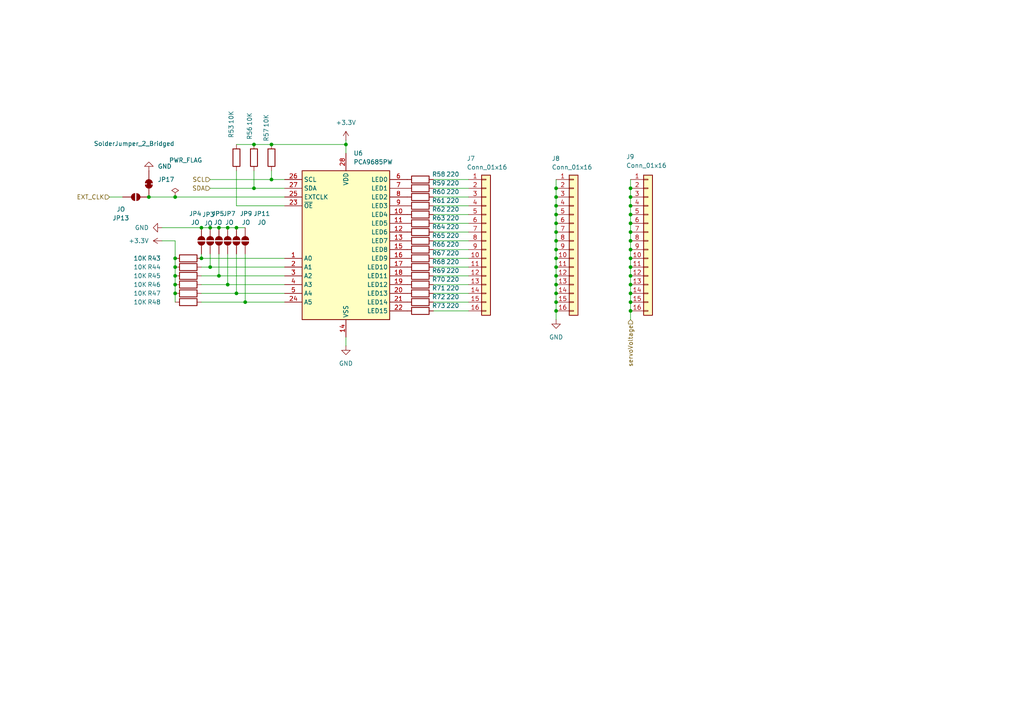
<source format=kicad_sch>
(kicad_sch (version 20250114) (generator "eeschema") (generator_version "9.0")
  (paper "A4")
  (lib_symbols
    (symbol "Connector_Generic:Conn_01x16" (pin_names (offset 1.016) (hide yes))
      (property "Reference" "J" (at 0 20.32 0))
      (property "Value" "Conn_01x16" (at 0 -22.86 0))
      (symbol "Conn_01x16_1_1"
        (rectangle (start -1.27 19.05) (end 1.27 -21.59) (stroke (width 0.254)) (fill (type background)))
        (rectangle (start -1.27 17.907) (end 0 17.653) (stroke (width 0.1524)))
        (rectangle (start -1.27 15.367) (end 0 15.113) (stroke (width 0.1524)))
        (rectangle (start -1.27 12.827) (end 0 12.573) (stroke (width 0.1524)))
        (rectangle (start -1.27 10.287) (end 0 10.033) (stroke (width 0.1524)))
        (rectangle (start -1.27 7.747) (end 0 7.493) (stroke (width 0.1524)))
        (rectangle (start -1.27 5.207) (end 0 4.953) (stroke (width 0.1524)))
        (rectangle (start -1.27 2.667) (end 0 2.413) (stroke (width 0.1524)))
        (rectangle (start -1.27 0.127) (end 0 -0.127) (stroke (width 0.1524)))
        (rectangle (start -1.27 -2.413) (end 0 -2.667) (stroke (width 0.1524)))
        (rectangle (start -1.27 -4.953) (end 0 -5.207) (stroke (width 0.1524)))
        (rectangle (start -1.27 -7.493) (end 0 -7.747) (stroke (width 0.1524)))
        (rectangle (start -1.27 -10.033) (end 0 -10.287) (stroke (width 0.1524)))
        (rectangle (start -1.27 -12.573) (end 0 -12.827) (stroke (width 0.1524)))
        (rectangle (start -1.27 -15.113) (end 0 -15.367) (stroke (width 0.1524)))
        (rectangle (start -1.27 -17.653) (end 0 -17.907) (stroke (width 0.1524)))
        (rectangle (start -1.27 -20.193) (end 0 -20.447) (stroke (width 0.1524)))
        (pin passive line (at -5.08 17.78 0) (length 3.81) (name "Pin_1") (number "1"))
        (pin passive line (at -5.08 15.24 0) (length 3.81) (name "Pin_2") (number "2"))
        (pin passive line (at -5.08 12.7 0) (length 3.81) (name "Pin_3") (number "3"))
        (pin passive line (at -5.08 10.16 0) (length 3.81) (name "Pin_4") (number "4"))
        (pin passive line (at -5.08 7.62 0) (length 3.81) (name "Pin_5") (number "5"))
        (pin passive line (at -5.08 5.08 0) (length 3.81) (name "Pin_6") (number "6"))
        (pin passive line (at -5.08 2.54 0) (length 3.81) (name "Pin_7") (number "7"))
        (pin passive line (at -5.08 0 0) (length 3.81) (name "Pin_8") (number "8"))
        (pin passive line (at -5.08 -2.54 0) (length 3.81) (name "Pin_9") (number "9"))
        (pin passive line (at -5.08 -5.08 0) (length 3.81) (name "Pin_10") (number "10"))
        (pin passive line (at -5.08 -7.62 0) (length 3.81) (name "Pin_11") (number "11"))
        (pin passive line (at -5.08 -10.16 0) (length 3.81) (name "Pin_12") (number "12"))
        (pin passive line (at -5.08 -12.7 0) (length 3.81) (name "Pin_13") (number "13"))
        (pin passive line (at -5.08 -15.24 0) (length 3.81) (name "Pin_14") (number "14"))
        (pin passive line (at -5.08 -17.78 0) (length 3.81) (name "Pin_15") (number "15"))
        (pin passive line (at -5.08 -20.32 0) (length 3.81) (name "Pin_16") (number "16"))
      )
    )
    (symbol "Device:R" (pin_numbers (hide yes)) (pin_names (offset 0))
      (property "Reference" "R" (at 2.032 0 90))
      (property "Value" "R" (at 0 0 90))
      (symbol "R_0_1"
        (rectangle (start -1.016 -2.54) (end 1.016 2.54) (stroke (width 0.254)))
      )
      (symbol "R_1_1"
        (pin passive line (at 0 3.81 270) (length 1.27) (name "~") (number "1"))
        (pin passive line (at 0 -3.81 90) (length 1.27) (name "~") (number "2"))
      )
    )
    (symbol "Driver_LED:PCA9685PW"
      (property "Reference" "U" (at -12.7 22.225 0))
      (property "Value" "PCA9685PW" (at 1.27 22.225 0))
      (symbol "PCA9685PW_0_1"
        (rectangle (start -12.7 20.32) (end 12.7 -22.86) (stroke (width 0.254)) (fill (type background)))
      )
      (symbol "PCA9685PW_1_1"
        (pin input line (at -17.78 17.78 0) (length 5.08) (name "SCL") (number "26"))
        (pin bidirectional line (at -17.78 15.24 0) (length 5.08) (name "SDA") (number "27"))
        (pin input line (at -17.78 12.7 0) (length 5.08) (name "EXTCLK") (number "25"))
        (pin input line (at -17.78 10.16 0) (length 5.08) (name "~{OE}") (number "23"))
        (pin input line (at -17.78 -5.08 0) (length 5.08) (name "A0") (number "1"))
        (pin input line (at -17.78 -7.62 0) (length 5.08) (name "A1") (number "2"))
        (pin input line (at -17.78 -10.16 0) (length 5.08) (name "A2") (number "3"))
        (pin input line (at -17.78 -12.7 0) (length 5.08) (name "A3") (number "4"))
        (pin input line (at -17.78 -15.24 0) (length 5.08) (name "A4") (number "5"))
        (pin input line (at -17.78 -17.78 0) (length 5.08) (name "A5") (number "24"))
        (pin power_in line (at 0 25.4 270) (length 5.08) (name "VDD") (number "28"))
        (pin power_in line (at 0 -27.94 90) (length 5.08) (name "VSS") (number "14"))
        (pin output line (at 17.78 17.78 180) (length 5.08) (name "LED0") (number "6"))
        (pin output line (at 17.78 15.24 180) (length 5.08) (name "LED1") (number "7"))
        (pin output line (at 17.78 12.7 180) (length 5.08) (name "LED2") (number "8"))
        (pin output line (at 17.78 10.16 180) (length 5.08) (name "LED3") (number "9"))
        (pin output line (at 17.78 7.62 180) (length 5.08) (name "LED4") (number "10"))
        (pin output line (at 17.78 5.08 180) (length 5.08) (name "LED5") (number "11"))
        (pin output line (at 17.78 2.54 180) (length 5.08) (name "LED6") (number "12"))
        (pin output line (at 17.78 0 180) (length 5.08) (name "LED7") (number "13"))
        (pin output line (at 17.78 -2.54 180) (length 5.08) (name "LED8") (number "15"))
        (pin output line (at 17.78 -5.08 180) (length 5.08) (name "LED9") (number "16"))
        (pin output line (at 17.78 -7.62 180) (length 5.08) (name "LED10") (number "17"))
        (pin output line (at 17.78 -10.16 180) (length 5.08) (name "LED11") (number "18"))
        (pin output line (at 17.78 -12.7 180) (length 5.08) (name "LED12") (number "19"))
        (pin output line (at 17.78 -15.24 180) (length 5.08) (name "LED13") (number "20"))
        (pin output line (at 17.78 -17.78 180) (length 5.08) (name "LED14") (number "21"))
        (pin output line (at 17.78 -20.32 180) (length 5.08) (name "LED15") (number "22"))
      )
    )
    (symbol "Jumper:SolderJumper_2_Bridged" (pin_numbers (hide yes)) (pin_names (offset 0) (hide yes)) (exclude_from_sim yes) (in_bom no)
      (property "Reference" "JP" (at 0 2.032 0))
      (property "Value" "SolderJumper_2_Bridged" (at 0 -2.54 0))
      (symbol "SolderJumper_2_Bridged_0_1"
        (rectangle (start -0.508 0.508) (end 0.508 -0.508) (fill (type outline)))
        (polyline (pts (xy -0.254 1.016) (xy -0.254 -1.016)))
        (arc (start -0.254 -1.016) (mid -1.2656 0) (end -0.254 1.016))
        (arc (start -0.254 -1.016) (mid -1.2656 0) (end -0.254 1.016) (fill (type outline)))
        (arc (start 0.254 1.016) (mid 1.2656 0) (end 0.254 -1.016))
        (arc (start 0.254 1.016) (mid 1.2656 0) (end 0.254 -1.016) (fill (type outline)))
        (polyline (pts (xy 0.254 1.016) (xy 0.254 -1.016)))
      )
      (symbol "SolderJumper_2_Bridged_1_1"
        (pin passive line (at -3.81 0 0) (length 2.54) (name "A") (number "1"))
        (pin passive line (at 3.81 0 180) (length 2.54) (name "B") (number "2"))
      )
    )
    (symbol "Jumper:SolderJumper_2_Open" (pin_numbers (hide yes)) (pin_names (offset 0) (hide yes)) (exclude_from_sim yes) (in_bom no)
      (property "Reference" "JP" (at 0 2.032 0))
      (property "Value" "SolderJumper_2_Open" (at 0 -2.54 0))
      (symbol "SolderJumper_2_Open_0_1"
        (polyline (pts (xy -0.254 1.016) (xy -0.254 -1.016)))
        (arc (start -0.254 -1.016) (mid -1.2656 0) (end -0.254 1.016))
        (arc (start -0.254 -1.016) (mid -1.2656 0) (end -0.254 1.016) (fill (type outline)))
        (arc (start 0.254 1.016) (mid 1.2656 0) (end 0.254 -1.016))
        (arc (start 0.254 1.016) (mid 1.2656 0) (end 0.254 -1.016) (fill (type outline)))
        (polyline (pts (xy 0.254 1.016) (xy 0.254 -1.016)))
      )
      (symbol "SolderJumper_2_Open_1_1"
        (pin passive line (at -3.81 0 0) (length 2.54) (name "A") (number "1"))
        (pin passive line (at 3.81 0 180) (length 2.54) (name "B") (number "2"))
      )
    )
    (symbol "power:+3.3V" (power) (pin_numbers (hide yes)) (pin_names (offset 0) (hide yes))
      (property "Value" "+3.3V" (at 0 3.556 0))
      (symbol "+3.3V_0_1"
        (polyline (pts (xy -0.762 1.27) (xy 0 2.54)))
        (polyline (pts (xy 0 2.54) (xy 0.762 1.27)))
        (polyline (pts (xy 0 0) (xy 0 2.54)))
      )
      (symbol "+3.3V_1_1"
        (pin power_in line (at 0 0 90) (length 0) (name "~") (number "1"))
      )
    )
    (symbol "power:GND" (power) (pin_numbers (hide yes)) (pin_names (offset 0) (hide yes))
      (property "Value" "GND" (at 0 -3.81 0))
      (symbol "GND_0_1"
        (polyline (pts (xy 0 0) (xy 0 -1.27) (xy 1.27 -1.27) (xy 0 -2.54) (xy -1.27 -1.27) (xy 0 -1.27)))
      )
      (symbol "GND_1_1"
        (pin power_in line (at 0 0 270) (length 0) (name "~") (number "1"))
      )
    )
    (symbol "power:PWR_FLAG" (power) (pin_numbers (hide yes)) (pin_names (offset 0) (hide yes))
      (property "Value" "PWR_FLAG" (at 0 3.81 0))
      (symbol "PWR_FLAG_0_0"
        (pin power_out line (at 0 0 90) (length 0) (name "~") (number "1"))
      )
      (symbol "PWR_FLAG_0_1"
        (polyline (pts (xy 0 0) (xy 0 1.27) (xy -1.016 1.905) (xy 0 2.54) (xy 1.016 1.905) (xy 0 1.27)))
      )
    )
  )
  (junction (at 50.8 74.93))
  (junction (at 182.88 62.23))
  (junction (at 182.88 87.63))
  (junction (at 182.88 77.47))
  (junction (at 182.88 67.31))
  (junction (at 161.29 69.85))
  (junction (at 161.29 54.61))
  (junction (at 78.74 41.91))
  (junction (at 60.96 77.47))
  (junction (at 182.88 80.01))
  (junction (at 66.04 82.55))
  (junction (at 161.29 72.39))
  (junction (at 50.8 85.09))
  (junction (at 161.29 59.69))
  (junction (at 68.58 66.04))
  (junction (at 73.66 54.61))
  (junction (at 182.88 82.55))
  (junction (at 161.29 64.77))
  (junction (at 161.29 77.47))
  (junction (at 161.29 62.23))
  (junction (at 50.8 77.47))
  (junction (at 50.8 57.15))
  (junction (at 50.8 82.55))
  (junction (at 161.29 82.55))
  (junction (at 161.29 80.01))
  (junction (at 73.66 41.91))
  (junction (at 63.5 66.04))
  (junction (at 68.58 85.09))
  (junction (at 182.88 72.39))
  (junction (at 182.88 54.61))
  (junction (at 100.33 41.91))
  (junction (at 50.8 80.01))
  (junction (at 182.88 69.85))
  (junction (at 66.04 66.04))
  (junction (at 161.29 67.31))
  (junction (at 58.42 66.04))
  (junction (at 182.88 85.09))
  (junction (at 182.88 59.69))
  (junction (at 63.5 80.01))
  (junction (at 78.74 52.07))
  (junction (at 58.42 74.93))
  (junction (at 161.29 90.17))
  (junction (at 71.12 87.63))
  (junction (at 161.29 74.93))
  (junction (at 161.29 85.09))
  (junction (at 161.29 57.15))
  (junction (at 182.88 57.15))
  (junction (at 182.88 74.93))
  (junction (at 43.18 57.15))
  (junction (at 161.29 87.63))
  (junction (at 182.88 64.77))
  (junction (at 60.96 66.04))
  (junction (at 182.88 90.17))
  (wire (pts (xy 68.58 59.69) (xy 82.55 59.69)))
  (wire (pts (xy 182.88 69.85) (xy 182.88 72.39)))
  (wire (pts (xy 182.88 52.07) (xy 182.88 54.61)))
  (wire (pts (xy 135.89 85.09) (xy 125.73 85.09)))
  (wire (pts (xy 161.29 69.85) (xy 161.29 72.39)))
  (wire (pts (xy 135.89 62.23) (xy 125.73 62.23)))
  (wire (pts (xy 100.33 41.91) (xy 100.33 44.45)))
  (wire (pts (xy 60.96 73.66) (xy 60.96 77.47)))
  (wire (pts (xy 135.89 69.85) (xy 125.73 69.85)))
  (wire (pts (xy 161.29 54.61) (xy 161.29 57.15)))
  (wire (pts (xy 58.42 82.55) (xy 66.04 82.55)))
  (wire (pts (xy 135.89 59.69) (xy 125.73 59.69)))
  (wire (pts (xy 182.88 77.47) (xy 182.88 80.01)))
  (wire (pts (xy 161.29 62.23) (xy 161.29 64.77)))
  (wire (pts (xy 68.58 66.04) (xy 71.12 66.04)))
  (wire (pts (xy 60.96 77.47) (xy 82.55 77.47)))
  (wire (pts (xy 161.29 85.09) (xy 161.29 87.63)))
  (wire (pts (xy 161.29 57.15) (xy 161.29 59.69)))
  (wire (pts (xy 60.96 52.07) (xy 78.74 52.07)))
  (wire (pts (xy 73.66 54.61) (xy 82.55 54.61)))
  (wire (pts (xy 50.8 74.93) (xy 50.8 77.47)))
  (wire (pts (xy 182.88 90.17) (xy 182.88 92.71)))
  (wire (pts (xy 58.42 77.47) (xy 60.96 77.47)))
  (wire (pts (xy 135.89 77.47) (xy 125.73 77.47)))
  (wire (pts (xy 135.89 90.17) (xy 125.73 90.17)))
  (wire (pts (xy 161.29 80.01) (xy 161.29 82.55)))
  (wire (pts (xy 100.33 100.33) (xy 100.33 97.79)))
  (wire (pts (xy 182.88 67.31) (xy 182.88 69.85)))
  (wire (pts (xy 58.42 74.93) (xy 82.55 74.93)))
  (wire (pts (xy 60.96 54.61) (xy 73.66 54.61)))
  (wire (pts (xy 161.29 59.69) (xy 161.29 62.23)))
  (wire (pts (xy 182.88 72.39) (xy 182.88 74.93)))
  (wire (pts (xy 182.88 82.55) (xy 182.88 85.09)))
  (wire (pts (xy 46.99 69.85) (xy 50.8 69.85)))
  (wire (pts (xy 66.04 73.66) (xy 66.04 82.55)))
  (wire (pts (xy 161.29 72.39) (xy 161.29 74.93)))
  (wire (pts (xy 50.8 80.01) (xy 50.8 82.55)))
  (wire (pts (xy 161.29 90.17) (xy 161.29 92.71)))
  (wire (pts (xy 50.8 85.09) (xy 50.8 87.63)))
  (wire (pts (xy 78.74 49.53) (xy 78.74 52.07)))
  (wire (pts (xy 161.29 52.07) (xy 161.29 54.61)))
  (wire (pts (xy 78.74 41.91) (xy 100.33 41.91)))
  (wire (pts (xy 135.89 72.39) (xy 125.73 72.39)))
  (wire (pts (xy 58.42 66.04) (xy 60.96 66.04)))
  (wire (pts (xy 100.33 40.64) (xy 100.33 41.91)))
  (wire (pts (xy 182.88 85.09) (xy 182.88 87.63)))
  (wire (pts (xy 161.29 74.93) (xy 161.29 77.47)))
  (wire (pts (xy 135.89 80.01) (xy 125.73 80.01)))
  (wire (pts (xy 182.88 87.63) (xy 182.88 90.17)))
  (wire (pts (xy 58.42 87.63) (xy 71.12 87.63)))
  (wire (pts (xy 182.88 62.23) (xy 182.88 64.77)))
  (wire (pts (xy 63.5 73.66) (xy 63.5 80.01)))
  (wire (pts (xy 68.58 73.66) (xy 68.58 85.09)))
  (wire (pts (xy 161.29 82.55) (xy 161.29 85.09)))
  (wire (pts (xy 73.66 49.53) (xy 73.66 54.61)))
  (wire (pts (xy 66.04 82.55) (xy 82.55 82.55)))
  (wire (pts (xy 161.29 87.63) (xy 161.29 90.17)))
  (wire (pts (xy 50.8 82.55) (xy 50.8 85.09)))
  (wire (pts (xy 78.74 52.07) (xy 82.55 52.07)))
  (wire (pts (xy 161.29 64.77) (xy 161.29 67.31)))
  (wire (pts (xy 135.89 64.77) (xy 125.73 64.77)))
  (wire (pts (xy 135.89 82.55) (xy 125.73 82.55)))
  (wire (pts (xy 71.12 73.66) (xy 71.12 87.63)))
  (wire (pts (xy 135.89 67.31) (xy 125.73 67.31)))
  (wire (pts (xy 68.58 49.53) (xy 68.58 59.69)))
  (wire (pts (xy 182.88 54.61) (xy 182.88 57.15)))
  (wire (pts (xy 50.8 69.85) (xy 50.8 74.93)))
  (wire (pts (xy 50.8 57.15) (xy 82.55 57.15)))
  (wire (pts (xy 135.89 54.61) (xy 125.73 54.61)))
  (wire (pts (xy 161.29 67.31) (xy 161.29 69.85)))
  (wire (pts (xy 182.88 64.77) (xy 182.88 67.31)))
  (wire (pts (xy 58.42 80.01) (xy 63.5 80.01)))
  (wire (pts (xy 73.66 41.91) (xy 78.74 41.91)))
  (wire (pts (xy 31.75 57.15) (xy 35.56 57.15)))
  (wire (pts (xy 50.8 77.47) (xy 50.8 80.01)))
  (wire (pts (xy 161.29 77.47) (xy 161.29 80.01)))
  (wire (pts (xy 43.18 57.15) (xy 50.8 57.15)))
  (wire (pts (xy 182.88 80.01) (xy 182.88 82.55)))
  (wire (pts (xy 135.89 87.63) (xy 125.73 87.63)))
  (wire (pts (xy 63.5 66.04) (xy 66.04 66.04)))
  (wire (pts (xy 66.04 66.04) (xy 68.58 66.04)))
  (wire (pts (xy 182.88 57.15) (xy 182.88 59.69)))
  (wire (pts (xy 46.99 66.04) (xy 58.42 66.04)))
  (wire (pts (xy 58.42 73.66) (xy 58.42 74.93)))
  (wire (pts (xy 58.42 85.09) (xy 68.58 85.09)))
  (wire (pts (xy 135.89 57.15) (xy 125.73 57.15)))
  (wire (pts (xy 135.89 74.93) (xy 125.73 74.93)))
  (wire (pts (xy 182.88 59.69) (xy 182.88 62.23)))
  (wire (pts (xy 63.5 80.01) (xy 82.55 80.01)))
  (wire (pts (xy 68.58 85.09) (xy 82.55 85.09)))
  (wire (pts (xy 71.12 87.63) (xy 82.55 87.63)))
  (wire (pts (xy 60.96 66.04) (xy 63.5 66.04)))
  (wire (pts (xy 182.88 74.93) (xy 182.88 77.47)))
  (wire (pts (xy 68.58 41.91) (xy 73.66 41.91)))
  (wire (pts (xy 135.89 52.07) (xy 125.73 52.07)))
  (hierarchical_label "EXT_CLK" (shape input) (at 31.75 57.15 180))
  (hierarchical_label "SCL" (shape input) (at 60.96 52.07 180))
  (hierarchical_label "servoVoltage" (shape input) (at 182.88 92.71 270))
  (hierarchical_label "SDA" (shape input) (at 60.96 54.61 180))
  (symbol (lib_id "Device:R") (at 121.92 80.01 90) (unit 1)
    (property "Reference" "R69" (at 127.254 78.486 90))
    (property "Value" "220" (at 131.318 78.486 90))
    (property "Footprint" "Resistor_SMD:R_1206_3216Metric_Pad1.30x1.75mm_HandSolder" (effects (hide yes)))
    (property "Description" "Resistor" (effects (hide yes)))
    (instances (project "mcuDevBoard" (path "" (reference "R69") (unit 1)) (path "" (reference "R21") (unit 1))))
  )
  (symbol (lib_id "power:+3.3V") (at 100.33 40.64 0) (unit 1)
    (property "Reference" "#PWR043" (effects (hide yes)))
    (property "Value" "+3.3V" (at 100.33 35.56 0))
    (property "Description" "Power symbol creates a global label with name \"+3.3V\"" (effects (hide yes)))
    (instances (project "mcuDevBoard" (path "" (reference "#PWR043") (unit 1)) (path "" (reference "#PWR034") (unit 1))))
  )
  (symbol (lib_id "Device:R") (at 121.92 57.15 90) (unit 1)
    (property "Reference" "R60" (at 127.254 55.626 90))
    (property "Value" "220" (at 131.318 55.626 90))
    (property "Footprint" "Resistor_SMD:R_1206_3216Metric_Pad1.30x1.75mm_HandSolder" (effects (hide yes)))
    (property "Description" "Resistor" (effects (hide yes)))
    (instances (project "mcuDevBoard" (path "" (reference "R60") (unit 1)) (path "" (reference "R12") (unit 1))))
  )
  (symbol (lib_id "Device:R") (at 73.66 45.72 180) (unit 1)
    (property "Reference" "R56" (at 72.39 38.608 90))
    (property "Value" "10K" (at 72.39 34.544 90))
    (property "Footprint" "Resistor_SMD:R_1206_3216Metric_Pad1.30x1.75mm_HandSolder" (effects (hide yes)))
    (property "Description" "Resistor" (effects (hide yes)))
    (instances (project "mcuDevBoard" (path "" (reference "R56") (unit 1)) (path "" (reference "R8") (unit 1))))
  )
  (symbol (lib_id "Device:R") (at 121.92 52.07 90) (unit 1)
    (property "Reference" "R58" (at 127.254 50.546 90))
    (property "Value" "220" (at 131.318 50.546 90))
    (property "Footprint" "Resistor_SMD:R_1206_3216Metric_Pad1.30x1.75mm_HandSolder" (effects (hide yes)))
    (property "Description" "Resistor" (effects (hide yes)))
    (instances (project "mcuDevBoard" (path "" (reference "R58") (unit 1)) (path "" (reference "R10") (unit 1))))
  )
  (symbol (lib_id "Device:R") (at 121.92 77.47 90) (unit 1)
    (property "Reference" "R68" (at 127.254 75.946 90))
    (property "Value" "220" (at 131.318 75.946 90))
    (property "Footprint" "Resistor_SMD:R_1206_3216Metric_Pad1.30x1.75mm_HandSolder" (effects (hide yes)))
    (property "Description" "Resistor" (effects (hide yes)))
    (instances (project "mcuDevBoard" (path "" (reference "R68") (unit 1)) (path "" (reference "R20") (unit 1))))
  )
  (symbol (lib_id "Jumper:SolderJumper_2_Open") (at 71.12 69.85 90) (unit 1) (exclude_from_sim yes) (in_bom no)
    (property "Reference" "JP11" (at 75.946 61.976 90))
    (property "Value" "JO" (at 75.946 64.516 90))
    (property "Footprint" "Jumper:SolderJumper-2_P1.3mm_Open_RoundedPad1.0x1.5mm" (effects (hide yes)))
    (property "Description" "Solder Jumper, 2-pole, open" (effects (hide yes)))
    (instances (project "mcuDevBoard" (path "" (reference "JP11") (unit 1)) (path "" (reference "JP12") (unit 1))))
  )
  (symbol (lib_id "Connector_Generic:Conn_01x16") (at 166.37 69.85 0) (unit 1)
    (property "Reference" "J8" (at 160.02 45.974 0) (effects (justify left)))
    (property "Value" "Conn_01x16" (at 160.02 48.514 0) (effects (justify left)))
    (property "Footprint" "Connector_PinHeader_2.54mm:PinHeader_1x16_P2.54mm_Vertical" (effects (hide yes)))
    (property "Description" "Generic connector, single row, 01x16, script generated (kicad-library-utils/schlib/autogen/connector/)" (effects (hide yes)))
    (instances (project "mcuDevBoard" (path "" (reference "J8") (unit 1)) (path "" (reference "J4") (unit 1))))
  )
  (symbol (lib_id "power:GND") (at 43.18 49.53 180) (unit 1)
    (property "Reference" "#PWR042" (effects (hide yes)))
    (property "Value" "GND" (at 45.72 48.2599 0) (effects (justify right)))
    (property "Description" "Power symbol creates a global label with name \"GND\" , ground" (effects (hide yes)))
    (instances (project "mcuDevBoard" (path "" (reference "#PWR042") (unit 1)) (path "" (reference "#PWR04") (unit 1))))
  )
  (symbol (lib_id "Device:R") (at 121.92 64.77 90) (unit 1)
    (property "Reference" "R63" (at 127.254 63.246 90))
    (property "Value" "220" (at 131.318 63.246 90))
    (property "Footprint" "Resistor_SMD:R_1206_3216Metric_Pad1.30x1.75mm_HandSolder" (effects (hide yes)))
    (property "Description" "Resistor" (effects (hide yes)))
    (instances (project "mcuDevBoard" (path "" (reference "R63") (unit 1)) (path "" (reference "R15") (unit 1))))
  )
  (symbol (lib_id "Jumper:SolderJumper_2_Open") (at 58.42 69.85 90) (unit 1) (exclude_from_sim yes) (in_bom no)
    (property "Reference" "JP4" (at 56.642 61.976 90))
    (property "Value" "JO" (at 56.642 64.516 90))
    (property "Footprint" "Jumper:SolderJumper-2_P1.3mm_Open_RoundedPad1.0x1.5mm" (effects (hide yes)))
    (property "Description" "Solder Jumper, 2-pole, open" (effects (hide yes)))
    (instances (project "" (path "" (reference "JP4") (unit 1)) (path "" (reference "JP1") (unit 1))))
  )
  (symbol (lib_id "Connector_Generic:Conn_01x16") (at 140.97 69.85 0) (unit 1)
    (property "Reference" "J7" (at 135.382 45.974 0) (effects (justify left)))
    (property "Value" "Conn_01x16" (at 135.382 48.514 0) (effects (justify left)))
    (property "Footprint" "Connector_PinHeader_2.54mm:PinHeader_1x16_P2.54mm_Vertical" (effects (hide yes)))
    (property "Description" "Generic connector, single row, 01x16, script generated (kicad-library-utils/schlib/autogen/connector/)" (effects (hide yes)))
    (instances (project "mcuDevBoard" (path "" (reference "J7") (unit 1)) (path "" (reference "J2") (unit 1))))
  )
  (symbol (lib_id "Jumper:SolderJumper_2_Bridged") (at 43.18 53.34 90) (unit 1) (exclude_from_sim yes) (in_bom no)
    (property "Reference" "JP17" (at 45.72 52.0699 90) (effects (justify right)))
    (property "Value" "SolderJumper_2_Bridged" (at 27.178 41.656 90) (effects (justify right)))
    (property "Footprint" "Jumper:SolderJumper-2_P1.3mm_Bridged_RoundedPad1.0x1.5mm" (effects (hide yes)))
    (property "Description" "Solder Jumper, 2-pole, closed/bridged" (effects (hide yes)))
    (instances (project "" (path "" (reference "JP17") (unit 1)) (path "" (reference "JP18") (unit 1))))
  )
  (symbol (lib_id "Connector_Generic:Conn_01x16") (at 187.96 69.85 0) (unit 1)
    (property "Reference" "J9" (at 181.61 45.466 0) (effects (justify left)))
    (property "Value" "Conn_01x16" (at 181.61 48.006 0) (effects (justify left)))
    (property "Footprint" "Connector_PinHeader_2.54mm:PinHeader_1x16_P2.54mm_Vertical" (effects (hide yes)))
    (property "Description" "Generic connector, single row, 01x16, script generated (kicad-library-utils/schlib/autogen/connector/)" (effects (hide yes)))
    (instances (project "mcuDevBoard" (path "" (reference "J9") (unit 1)) (path "" (reference "J5") (unit 1))))
  )
  (symbol (lib_id "Device:R") (at 121.92 90.17 90) (unit 1)
    (property "Reference" "R73" (at 127.254 88.646 90))
    (property "Value" "220" (at 131.318 88.646 90))
    (property "Footprint" "Resistor_SMD:R_1206_3216Metric_Pad1.30x1.75mm_HandSolder" (effects (hide yes)))
    (property "Description" "Resistor" (effects (hide yes)))
    (instances (project "mcuDevBoard" (path "" (reference "R73") (unit 1)) (path "" (reference "R25") (unit 1))))
  )
  (symbol (lib_id "Device:R") (at 121.92 54.61 90) (unit 1)
    (property "Reference" "R59" (at 127.254 53.086 90))
    (property "Value" "220" (at 131.318 53.086 90))
    (property "Footprint" "Resistor_SMD:R_1206_3216Metric_Pad1.30x1.75mm_HandSolder" (effects (hide yes)))
    (property "Description" "Resistor" (effects (hide yes)))
    (instances (project "mcuDevBoard" (path "" (reference "R59") (unit 1)) (path "" (reference "R11") (unit 1))))
  )
  (symbol (lib_id "Device:R") (at 54.61 87.63 270) (unit 1)
    (property "Reference" "R48" (at 44.704 87.63 90))
    (property "Value" "10K" (at 40.64 87.63 90))
    (property "Footprint" "Resistor_SMD:R_1206_3216Metric_Pad1.30x1.75mm_HandSolder" (effects (hide yes)))
    (property "Description" "Resistor" (effects (hide yes)))
    (instances (project "mcuDevBoard" (path "" (reference "R48") (unit 1)) (path "" (reference "R6") (unit 1))))
  )
  (symbol (lib_id "Jumper:SolderJumper_2_Open") (at 66.04 69.85 90) (unit 1) (exclude_from_sim yes) (in_bom no)
    (property "Reference" "JP7" (at 66.548 61.976 90))
    (property "Value" "JO" (at 66.548 64.516 90))
    (property "Footprint" "Jumper:SolderJumper-2_P1.3mm_Open_RoundedPad1.0x1.5mm" (effects (hide yes)))
    (property "Description" "Solder Jumper, 2-pole, open" (effects (hide yes)))
    (instances (project "mcuDevBoard" (path "" (reference "JP7") (unit 1)) (path "" (reference "JP8") (unit 1))))
  )
  (symbol (lib_id "Device:R") (at 121.92 74.93 90) (unit 1)
    (property "Reference" "R67" (at 127.254 73.406 90))
    (property "Value" "220" (at 131.318 73.406 90))
    (property "Footprint" "Resistor_SMD:R_1206_3216Metric_Pad1.30x1.75mm_HandSolder" (effects (hide yes)))
    (property "Description" "Resistor" (effects (hide yes)))
    (instances (project "mcuDevBoard" (path "" (reference "R67") (unit 1)) (path "" (reference "R19") (unit 1))))
  )
  (symbol (lib_id "Device:R") (at 54.61 74.93 270) (unit 1)
    (property "Reference" "R43" (at 44.704 74.93 90))
    (property "Value" "10K" (at 40.64 74.93 90))
    (property "Footprint" "Resistor_SMD:R_1206_3216Metric_Pad1.30x1.75mm_HandSolder" (effects (hide yes)))
    (property "Description" "Resistor" (effects (hide yes)))
    (instances (project "mcuDevBoard" (path "" (reference "R43") (unit 1)) (path "" (reference "R1") (unit 1))))
  )
  (symbol (lib_id "Device:R") (at 54.61 85.09 270) (unit 1)
    (property "Reference" "R47" (at 44.704 85.09 90))
    (property "Value" "10K" (at 40.64 85.09 90))
    (property "Footprint" "Resistor_SMD:R_1206_3216Metric_Pad1.30x1.75mm_HandSolder" (effects (hide yes)))
    (property "Description" "Resistor" (effects (hide yes)))
    (instances (project "mcuDevBoard" (path "" (reference "R47") (unit 1)) (path "" (reference "R5") (unit 1))))
  )
  (symbol (lib_id "Device:R") (at 121.92 67.31 90) (unit 1)
    (property "Reference" "R64" (at 127.254 65.786 90))
    (property "Value" "220" (at 131.318 65.786 90))
    (property "Footprint" "Resistor_SMD:R_1206_3216Metric_Pad1.30x1.75mm_HandSolder" (effects (hide yes)))
    (property "Description" "Resistor" (effects (hide yes)))
    (instances (project "mcuDevBoard" (path "" (reference "R64") (unit 1)) (path "" (reference "R16") (unit 1))))
  )
  (symbol (lib_id "Device:R") (at 121.92 82.55 90) (unit 1)
    (property "Reference" "R70" (at 127.254 81.026 90))
    (property "Value" "220" (at 131.318 81.026 90))
    (property "Footprint" "Resistor_SMD:R_1206_3216Metric_Pad1.30x1.75mm_HandSolder" (effects (hide yes)))
    (property "Description" "Resistor" (effects (hide yes)))
    (instances (project "mcuDevBoard" (path "" (reference "R70") (unit 1)) (path "" (reference "R22") (unit 1))))
  )
  (symbol (lib_id "Device:R") (at 121.92 72.39 90) (unit 1)
    (property "Reference" "R66" (at 127.254 70.866 90))
    (property "Value" "220" (at 131.318 70.866 90))
    (property "Footprint" "Resistor_SMD:R_1206_3216Metric_Pad1.30x1.75mm_HandSolder" (effects (hide yes)))
    (property "Description" "Resistor" (effects (hide yes)))
    (instances (project "mcuDevBoard" (path "" (reference "R66") (unit 1)) (path "" (reference "R18") (unit 1))))
  )
  (symbol (lib_id "Device:R") (at 68.58 45.72 180) (unit 1)
    (property "Reference" "R53" (at 67.056 38.1 90))
    (property "Value" "10K" (at 67.056 34.036 90))
    (property "Footprint" "Resistor_SMD:R_1206_3216Metric_Pad1.30x1.75mm_HandSolder" (effects (hide yes)))
    (property "Description" "Resistor" (effects (hide yes)))
    (instances (project "mcuDevBoard" (path "" (reference "R53") (unit 1)) (path "" (reference "R7") (unit 1))))
  )
  (symbol (lib_id "power:GND") (at 100.33 100.33 0) (unit 1)
    (property "Reference" "#PWR044" (effects (hide yes)))
    (property "Value" "GND" (at 100.33 105.41 0))
    (property "Description" "Power symbol creates a global label with name \"GND\" , ground" (effects (hide yes)))
    (instances (project "mcuDevBoard" (path "" (reference "#PWR044") (unit 1)) (path "" (reference "#PWR035") (unit 1))))
  )
  (symbol (lib_id "Device:R") (at 54.61 77.47 270) (unit 1)
    (property "Reference" "R44" (at 44.704 77.47 90))
    (property "Value" "10K" (at 40.64 77.47 90))
    (property "Footprint" "Resistor_SMD:R_1206_3216Metric_Pad1.30x1.75mm_HandSolder" (effects (hide yes)))
    (property "Description" "Resistor" (effects (hide yes)))
    (instances (project "mcuDevBoard" (path "" (reference "R44") (unit 1)) (path "" (reference "R2") (unit 1))))
  )
  (symbol (lib_id "power:+3.3V") (at 46.99 69.85 90) (unit 1)
    (property "Reference" "#PWR058" (effects (hide yes)))
    (property "Value" "+3.3V" (at 43.18 69.8499 90) (effects (justify left)))
    (property "Description" "Power symbol creates a global label with name \"+3.3V\"" (effects (hide yes)))
    (instances (project "mcuDevBoard" (path "" (reference "#PWR058") (unit 1)) (path "" (reference "#PWR03") (unit 1))))
  )
  (symbol (lib_id "Device:R") (at 78.74 45.72 180) (unit 1)
    (property "Reference" "R57" (at 77.216 39.116 90))
    (property "Value" "10K" (at 77.216 35.052 90))
    (property "Footprint" "Resistor_SMD:R_1206_3216Metric_Pad1.30x1.75mm_HandSolder" (effects (hide yes)))
    (property "Description" "Resistor" (effects (hide yes)))
    (instances (project "mcuDevBoard" (path "" (reference "R57") (unit 1)) (path "" (reference "R9") (unit 1))))
  )
  (symbol (lib_id "Device:R") (at 121.92 85.09 90) (unit 1)
    (property "Reference" "R71" (at 127.254 83.566 90))
    (property "Value" "220" (at 131.318 83.566 90))
    (property "Footprint" "Resistor_SMD:R_1206_3216Metric_Pad1.30x1.75mm_HandSolder" (effects (hide yes)))
    (property "Description" "Resistor" (effects (hide yes)))
    (instances (project "mcuDevBoard" (path "" (reference "R71") (unit 1)) (path "" (reference "R23") (unit 1))))
  )
  (symbol (lib_id "power:PWR_FLAG") (at 50.8 57.15 0) (unit 1)
    (property "Reference" "#FLG05" (effects (hide yes)))
    (property "Value" "PWR_FLAG" (at 53.848 46.482 0))
    (property "Description" "Special symbol for telling ERC where power comes from" (effects (hide yes)))
    (instances (project "" (path "" (reference "#FLG05") (unit 1)) (path "" (reference "#FLG04") (unit 1))))
  )
  (symbol (lib_id "Jumper:SolderJumper_2_Open") (at 39.37 57.15 180) (unit 1) (exclude_from_sim yes) (in_bom no)
    (property "Reference" "JP13" (at 35.052 63.246 0))
    (property "Value" "JO" (at 35.052 60.706 0))
    (property "Footprint" "Jumper:SolderJumper-2_P1.3mm_Open_RoundedPad1.0x1.5mm" (effects (hide yes)))
    (property "Description" "Solder Jumper, 2-pole, open" (effects (hide yes)))
    (instances (project "mcuDevBoard" (path "" (reference "JP13") (unit 1)) (path "" (reference "JP14") (unit 1))))
  )
  (symbol (lib_id "Device:R") (at 121.92 62.23 90) (unit 1)
    (property "Reference" "R62" (at 127.254 60.706 90))
    (property "Value" "220" (at 131.318 60.706 90))
    (property "Footprint" "Resistor_SMD:R_1206_3216Metric_Pad1.30x1.75mm_HandSolder" (effects (hide yes)))
    (property "Description" "Resistor" (effects (hide yes)))
    (instances (project "mcuDevBoard" (path "" (reference "R62") (unit 1)) (path "" (reference "R14") (unit 1))))
  )
  (symbol (lib_id "Driver_LED:PCA9685PW") (at 100.33 69.85 0) (unit 1)
    (property "Reference" "U6" (at 102.5241 44.45 0) (effects (justify left)))
    (property "Value" "PCA9685PW" (at 102.5241 46.99 0) (effects (justify left)))
    (property "Footprint" "Package_SO:TSSOP-28_4.4x9.7mm_P0.65mm" (effects (hide yes)))
    (property "Datasheet" "http://www.nxp.com/docs/en/data-sheet/PCA9685.pdf" (effects (hide yes)))
    (property "Description" "16-channel 12-bit PWM Fm+ I2C-bus LED controller RGBA TSSOP" (effects (hide yes)))
    (instances (project "mcuDevBoard" (path "" (reference "U6") (unit 1)) (path "" (reference "U2") (unit 1))))
  )
  (symbol (lib_id "Device:R") (at 54.61 80.01 270) (unit 1)
    (property "Reference" "R45" (at 44.704 80.01 90))
    (property "Value" "10K" (at 40.64 80.01 90))
    (property "Footprint" "Resistor_SMD:R_1206_3216Metric_Pad1.30x1.75mm_HandSolder" (effects (hide yes)))
    (property "Description" "Resistor" (effects (hide yes)))
    (instances (project "mcuDevBoard" (path "" (reference "R45") (unit 1)) (path "" (reference "R3") (unit 1))))
  )
  (symbol (lib_id "Device:R") (at 121.92 69.85 90) (unit 1)
    (property "Reference" "R65" (at 127.254 68.326 90))
    (property "Value" "220" (at 131.318 68.326 90))
    (property "Footprint" "Resistor_SMD:R_1206_3216Metric_Pad1.30x1.75mm_HandSolder" (effects (hide yes)))
    (property "Description" "Resistor" (effects (hide yes)))
    (instances (project "mcuDevBoard" (path "" (reference "R65") (unit 1)) (path "" (reference "R17") (unit 1))))
  )
  (symbol (lib_id "power:GND") (at 161.29 92.71 0) (unit 1)
    (property "Reference" "#PWR045" (effects (hide yes)))
    (property "Value" "GND" (at 161.29 97.79 0))
    (property "Description" "Power symbol creates a global label with name \"GND\" , ground" (effects (hide yes)))
    (instances (project "mcuDevBoard" (path "" (reference "#PWR045") (unit 1)) (path "" (reference "#PWR039") (unit 1))))
  )
  (symbol (lib_id "Jumper:SolderJumper_2_Open") (at 63.5 69.85 90) (unit 1) (exclude_from_sim yes) (in_bom no)
    (property "Reference" "JP5" (at 63.246 61.976 90))
    (property "Value" "JO" (at 63.246 64.516 90))
    (property "Footprint" "Jumper:SolderJumper-2_P1.3mm_Open_RoundedPad1.0x1.5mm" (effects (hide yes)))
    (property "Description" "Solder Jumper, 2-pole, open" (effects (hide yes)))
    (instances (project "mcuDevBoard" (path "" (reference "JP5") (unit 1)) (path "" (reference "JP6") (unit 1))))
  )
  (symbol (lib_id "Device:R") (at 54.61 82.55 270) (unit 1)
    (property "Reference" "R46" (at 44.704 82.55 90))
    (property "Value" "10K" (at 40.64 82.55 90))
    (property "Footprint" "Resistor_SMD:R_1206_3216Metric_Pad1.30x1.75mm_HandSolder" (effects (hide yes)))
    (property "Description" "Resistor" (effects (hide yes)))
    (instances (project "mcuDevBoard" (path "" (reference "R46") (unit 1)) (path "" (reference "R4") (unit 1))))
  )
  (symbol (lib_id "Device:R") (at 121.92 59.69 90) (unit 1)
    (property "Reference" "R61" (at 127.254 58.166 90))
    (property "Value" "220" (at 131.318 58.166 90))
    (property "Footprint" "Resistor_SMD:R_1206_3216Metric_Pad1.30x1.75mm_HandSolder" (effects (hide yes)))
    (property "Description" "Resistor" (effects (hide yes)))
    (instances (project "mcuDevBoard" (path "" (reference "R61") (unit 1)) (path "" (reference "R13") (unit 1))))
  )
  (symbol (lib_id "Device:R") (at 121.92 87.63 90) (unit 1)
    (property "Reference" "R72" (at 127.254 86.106 90))
    (property "Value" "220" (at 131.318 86.106 90))
    (property "Footprint" "Resistor_SMD:R_1206_3216Metric_Pad1.30x1.75mm_HandSolder" (effects (hide yes)))
    (property "Description" "Resistor" (effects (hide yes)))
    (instances (project "mcuDevBoard" (path "" (reference "R72") (unit 1)) (path "" (reference "R24") (unit 1))))
  )
  (symbol (lib_id "Jumper:SolderJumper_2_Open") (at 60.96 69.85 90) (unit 1) (exclude_from_sim yes) (in_bom no)
    (property "Reference" "JP3" (at 60.452 62.23 90))
    (property "Value" "JO" (at 60.452 64.77 90))
    (property "Footprint" "Jumper:SolderJumper-2_P1.3mm_Open_RoundedPad1.0x1.5mm" (effects (hide yes)))
    (property "Description" "Solder Jumper, 2-pole, open" (effects (hide yes)))
    (instances (project "mcuDevBoard" (path "" (reference "JP3") (unit 1)) (path "" (reference "JP2") (unit 1))))
  )
  (symbol (lib_id "Jumper:SolderJumper_2_Open") (at 68.58 69.85 90) (unit 1) (exclude_from_sim yes) (in_bom no)
    (property "Reference" "JP9" (at 71.374 61.976 90))
    (property "Value" "JO" (at 71.374 64.516 90))
    (property "Footprint" "Jumper:SolderJumper-2_P1.3mm_Open_RoundedPad1.0x1.5mm" (effects (hide yes)))
    (property "Description" "Solder Jumper, 2-pole, open" (effects (hide yes)))
    (instances (project "mcuDevBoard" (path "" (reference "JP9") (unit 1)) (path "" (reference "JP10") (unit 1))))
  )
  (symbol (lib_id "power:GND") (at 46.99 66.04 270) (unit 1)
    (property "Reference" "#PWR01" (effects (hide yes)))
    (property "Value" "GND" (at 43.18 66.0399 90) (effects (justify right)))
    (property "Description" "Power symbol creates a global label with name \"GND\" , ground" (effects (hide yes)))
    (instances (project "mcuDevBoard" (path "" (reference "#PWR01") (unit 1)) (path "" (reference "#PWR02") (unit 1))))
  )
)
</source>
